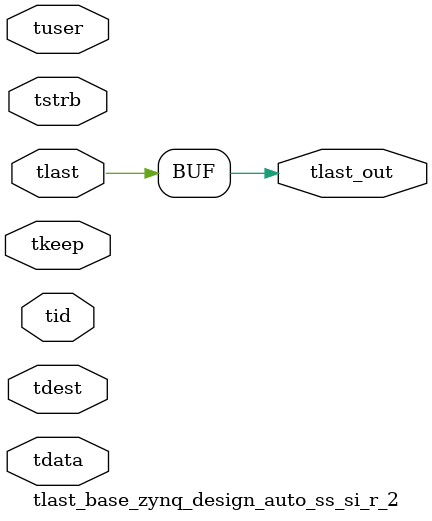
<source format=v>


`timescale 1ps/1ps

module tlast_base_zynq_design_auto_ss_si_r_2 #
(
parameter C_S_AXIS_TID_WIDTH   = 1,
parameter C_S_AXIS_TUSER_WIDTH = 0,
parameter C_S_AXIS_TDATA_WIDTH = 0,
parameter C_S_AXIS_TDEST_WIDTH = 0
)
(
input  [(C_S_AXIS_TID_WIDTH   == 0 ? 1 : C_S_AXIS_TID_WIDTH)-1:0       ] tid,
input  [(C_S_AXIS_TDATA_WIDTH == 0 ? 1 : C_S_AXIS_TDATA_WIDTH)-1:0     ] tdata,
input  [(C_S_AXIS_TUSER_WIDTH == 0 ? 1 : C_S_AXIS_TUSER_WIDTH)-1:0     ] tuser,
input  [(C_S_AXIS_TDEST_WIDTH == 0 ? 1 : C_S_AXIS_TDEST_WIDTH)-1:0     ] tdest,
input  [(C_S_AXIS_TDATA_WIDTH/8)-1:0 ] tkeep,
input  [(C_S_AXIS_TDATA_WIDTH/8)-1:0 ] tstrb,
input  [0:0]                                                             tlast,
output                                                                   tlast_out
);

assign tlast_out = {tlast[0]};

endmodule


</source>
